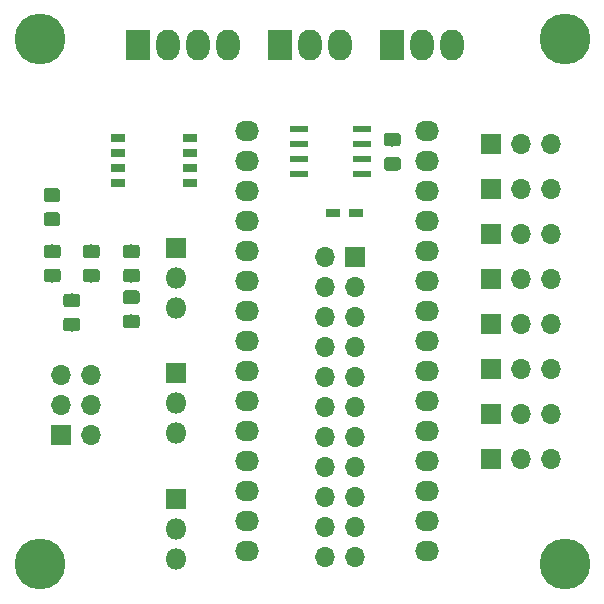
<source format=gbr>
G04 #@! TF.GenerationSoftware,KiCad,Pcbnew,(5.1.4)-1*
G04 #@! TF.CreationDate,2019-12-11T21:25:01-08:00*
G04 #@! TF.ProjectId,NANO IO,4e414e4f-2049-44f2-9e6b-696361645f70,-*
G04 #@! TF.SameCoordinates,Original*
G04 #@! TF.FileFunction,Soldermask,Top*
G04 #@! TF.FilePolarity,Negative*
%FSLAX46Y46*%
G04 Gerber Fmt 4.6, Leading zero omitted, Abs format (unit mm)*
G04 Created by KiCad (PCBNEW (5.1.4)-1) date 2019-12-11 21:25:01*
%MOMM*%
%LPD*%
G04 APERTURE LIST*
%ADD10R,2.000000X2.600000*%
%ADD11O,2.000000X2.600000*%
%ADD12O,2.032000X1.727200*%
%ADD13R,1.200000X0.750000*%
%ADD14R,1.800000X1.800000*%
%ADD15O,1.800000X1.800000*%
%ADD16R,1.550000X0.600000*%
%ADD17C,4.300000*%
%ADD18R,1.700000X1.700000*%
%ADD19O,1.700000X1.700000*%
%ADD20R,1.250000X0.760000*%
%ADD21C,0.100000*%
%ADD22C,1.150000*%
G04 APERTURE END LIST*
D10*
X137848737Y-65278000D03*
D11*
X140388737Y-65278000D03*
X142928737Y-65278000D03*
X145468737Y-65278000D03*
D12*
X147066000Y-72517000D03*
X147066000Y-75057000D03*
X147066000Y-77597000D03*
X147066000Y-80137000D03*
X147066000Y-82677000D03*
X147066000Y-85217000D03*
X147066000Y-87757000D03*
X147066000Y-90297000D03*
X147066000Y-92837000D03*
X147066000Y-95377000D03*
X147066000Y-97917000D03*
X147066000Y-100457000D03*
X147066000Y-102997000D03*
X147066000Y-105537000D03*
X147066000Y-108077000D03*
X162306000Y-72517000D03*
X162306000Y-75057000D03*
X162306000Y-77597000D03*
X162306000Y-80137000D03*
X162306000Y-82677000D03*
X162306000Y-85217000D03*
X162306000Y-87757000D03*
X162306000Y-90297000D03*
X162306000Y-92837000D03*
X162306000Y-95377000D03*
X162306000Y-97917000D03*
X162306000Y-100457000D03*
X162306000Y-102997000D03*
X162306000Y-105537000D03*
X162306000Y-108077000D03*
D13*
X156271000Y-79502000D03*
X154371000Y-79502000D03*
D14*
X141100000Y-103660000D03*
D15*
X141100000Y-106200000D03*
X141100000Y-108740000D03*
D16*
X151445000Y-72390000D03*
X151445000Y-73660000D03*
X151445000Y-74930000D03*
X151445000Y-76200000D03*
X156845000Y-76200000D03*
X156845000Y-74930000D03*
X156845000Y-73660000D03*
X156845000Y-72390000D03*
D10*
X149860000Y-65278000D03*
D11*
X152400000Y-65278000D03*
X154940000Y-65278000D03*
D10*
X159385000Y-65278000D03*
D11*
X161925000Y-65278000D03*
X164465000Y-65278000D03*
D17*
X173990000Y-64770000D03*
X173990000Y-109220000D03*
X129540000Y-109220000D03*
D18*
X156210000Y-83185000D03*
D19*
X153670000Y-83185000D03*
X156210000Y-85725000D03*
X153670000Y-85725000D03*
X156210000Y-88265000D03*
X153670000Y-88265000D03*
X156210000Y-90805000D03*
X153670000Y-90805000D03*
X156210000Y-93345000D03*
X153670000Y-93345000D03*
X156210000Y-95885000D03*
X153670000Y-95885000D03*
X156210000Y-98425000D03*
X153670000Y-98425000D03*
X156210000Y-100965000D03*
X153670000Y-100965000D03*
X156210000Y-103505000D03*
X153670000Y-103505000D03*
X156210000Y-106045000D03*
X153670000Y-106045000D03*
X156210000Y-108585000D03*
X153670000Y-108585000D03*
D18*
X167720000Y-100329996D03*
D19*
X170260000Y-100329996D03*
X172800000Y-100329996D03*
D18*
X167720000Y-96518568D03*
D19*
X170260000Y-96518568D03*
X172800000Y-96518568D03*
D18*
X167720000Y-92707140D03*
D19*
X170260000Y-92707140D03*
X172800000Y-92707140D03*
D18*
X167720000Y-88895712D03*
D19*
X170260000Y-88895712D03*
X172800000Y-88895712D03*
D18*
X167700000Y-85084284D03*
D19*
X170240000Y-85084284D03*
X172780000Y-85084284D03*
D18*
X167720000Y-81272856D03*
D19*
X170260000Y-81272856D03*
X172800000Y-81272856D03*
D18*
X167700000Y-77461428D03*
D19*
X170240000Y-77461428D03*
X172780000Y-77461428D03*
D18*
X167700000Y-73650000D03*
D19*
X170240000Y-73650000D03*
X172780000Y-73650000D03*
D17*
X129540000Y-64770000D03*
D14*
X141100000Y-93060000D03*
D15*
X141100000Y-95600000D03*
X141100000Y-98140000D03*
D14*
X141100000Y-82480000D03*
D15*
X141100000Y-85020000D03*
X141100000Y-87560000D03*
D18*
X131318000Y-98298000D03*
D19*
X133858000Y-98298000D03*
X131318000Y-95758000D03*
X133858000Y-95758000D03*
X131318000Y-93218000D03*
X133858000Y-93218000D03*
D20*
X136149000Y-73152000D03*
X142299000Y-76962000D03*
X136149000Y-74422000D03*
X142299000Y-75692000D03*
X136149000Y-75692000D03*
X142299000Y-74422000D03*
X136149000Y-76962000D03*
X142299000Y-73152000D03*
D21*
G36*
X159859505Y-72696204D02*
G01*
X159883773Y-72699804D01*
X159907572Y-72705765D01*
X159930671Y-72714030D01*
X159952850Y-72724520D01*
X159973893Y-72737132D01*
X159993599Y-72751747D01*
X160011777Y-72768223D01*
X160028253Y-72786401D01*
X160042868Y-72806107D01*
X160055480Y-72827150D01*
X160065970Y-72849329D01*
X160074235Y-72872428D01*
X160080196Y-72896227D01*
X160083796Y-72920495D01*
X160085000Y-72944999D01*
X160085000Y-73595001D01*
X160083796Y-73619505D01*
X160080196Y-73643773D01*
X160074235Y-73667572D01*
X160065970Y-73690671D01*
X160055480Y-73712850D01*
X160042868Y-73733893D01*
X160028253Y-73753599D01*
X160011777Y-73771777D01*
X159993599Y-73788253D01*
X159973893Y-73802868D01*
X159952850Y-73815480D01*
X159930671Y-73825970D01*
X159907572Y-73834235D01*
X159883773Y-73840196D01*
X159859505Y-73843796D01*
X159835001Y-73845000D01*
X158934999Y-73845000D01*
X158910495Y-73843796D01*
X158886227Y-73840196D01*
X158862428Y-73834235D01*
X158839329Y-73825970D01*
X158817150Y-73815480D01*
X158796107Y-73802868D01*
X158776401Y-73788253D01*
X158758223Y-73771777D01*
X158741747Y-73753599D01*
X158727132Y-73733893D01*
X158714520Y-73712850D01*
X158704030Y-73690671D01*
X158695765Y-73667572D01*
X158689804Y-73643773D01*
X158686204Y-73619505D01*
X158685000Y-73595001D01*
X158685000Y-72944999D01*
X158686204Y-72920495D01*
X158689804Y-72896227D01*
X158695765Y-72872428D01*
X158704030Y-72849329D01*
X158714520Y-72827150D01*
X158727132Y-72806107D01*
X158741747Y-72786401D01*
X158758223Y-72768223D01*
X158776401Y-72751747D01*
X158796107Y-72737132D01*
X158817150Y-72724520D01*
X158839329Y-72714030D01*
X158862428Y-72705765D01*
X158886227Y-72699804D01*
X158910495Y-72696204D01*
X158934999Y-72695000D01*
X159835001Y-72695000D01*
X159859505Y-72696204D01*
X159859505Y-72696204D01*
G37*
D22*
X159385000Y-73270000D03*
D21*
G36*
X159859505Y-74746204D02*
G01*
X159883773Y-74749804D01*
X159907572Y-74755765D01*
X159930671Y-74764030D01*
X159952850Y-74774520D01*
X159973893Y-74787132D01*
X159993599Y-74801747D01*
X160011777Y-74818223D01*
X160028253Y-74836401D01*
X160042868Y-74856107D01*
X160055480Y-74877150D01*
X160065970Y-74899329D01*
X160074235Y-74922428D01*
X160080196Y-74946227D01*
X160083796Y-74970495D01*
X160085000Y-74994999D01*
X160085000Y-75645001D01*
X160083796Y-75669505D01*
X160080196Y-75693773D01*
X160074235Y-75717572D01*
X160065970Y-75740671D01*
X160055480Y-75762850D01*
X160042868Y-75783893D01*
X160028253Y-75803599D01*
X160011777Y-75821777D01*
X159993599Y-75838253D01*
X159973893Y-75852868D01*
X159952850Y-75865480D01*
X159930671Y-75875970D01*
X159907572Y-75884235D01*
X159883773Y-75890196D01*
X159859505Y-75893796D01*
X159835001Y-75895000D01*
X158934999Y-75895000D01*
X158910495Y-75893796D01*
X158886227Y-75890196D01*
X158862428Y-75884235D01*
X158839329Y-75875970D01*
X158817150Y-75865480D01*
X158796107Y-75852868D01*
X158776401Y-75838253D01*
X158758223Y-75821777D01*
X158741747Y-75803599D01*
X158727132Y-75783893D01*
X158714520Y-75762850D01*
X158704030Y-75740671D01*
X158695765Y-75717572D01*
X158689804Y-75693773D01*
X158686204Y-75669505D01*
X158685000Y-75645001D01*
X158685000Y-74994999D01*
X158686204Y-74970495D01*
X158689804Y-74946227D01*
X158695765Y-74922428D01*
X158704030Y-74899329D01*
X158714520Y-74877150D01*
X158727132Y-74856107D01*
X158741747Y-74836401D01*
X158758223Y-74818223D01*
X158776401Y-74801747D01*
X158796107Y-74787132D01*
X158817150Y-74774520D01*
X158839329Y-74764030D01*
X158862428Y-74755765D01*
X158886227Y-74749804D01*
X158910495Y-74746204D01*
X158934999Y-74745000D01*
X159835001Y-74745000D01*
X159859505Y-74746204D01*
X159859505Y-74746204D01*
G37*
D22*
X159385000Y-75320000D03*
D21*
G36*
X131074505Y-84211204D02*
G01*
X131098773Y-84214804D01*
X131122572Y-84220765D01*
X131145671Y-84229030D01*
X131167850Y-84239520D01*
X131188893Y-84252132D01*
X131208599Y-84266747D01*
X131226777Y-84283223D01*
X131243253Y-84301401D01*
X131257868Y-84321107D01*
X131270480Y-84342150D01*
X131280970Y-84364329D01*
X131289235Y-84387428D01*
X131295196Y-84411227D01*
X131298796Y-84435495D01*
X131300000Y-84459999D01*
X131300000Y-85110001D01*
X131298796Y-85134505D01*
X131295196Y-85158773D01*
X131289235Y-85182572D01*
X131280970Y-85205671D01*
X131270480Y-85227850D01*
X131257868Y-85248893D01*
X131243253Y-85268599D01*
X131226777Y-85286777D01*
X131208599Y-85303253D01*
X131188893Y-85317868D01*
X131167850Y-85330480D01*
X131145671Y-85340970D01*
X131122572Y-85349235D01*
X131098773Y-85355196D01*
X131074505Y-85358796D01*
X131050001Y-85360000D01*
X130149999Y-85360000D01*
X130125495Y-85358796D01*
X130101227Y-85355196D01*
X130077428Y-85349235D01*
X130054329Y-85340970D01*
X130032150Y-85330480D01*
X130011107Y-85317868D01*
X129991401Y-85303253D01*
X129973223Y-85286777D01*
X129956747Y-85268599D01*
X129942132Y-85248893D01*
X129929520Y-85227850D01*
X129919030Y-85205671D01*
X129910765Y-85182572D01*
X129904804Y-85158773D01*
X129901204Y-85134505D01*
X129900000Y-85110001D01*
X129900000Y-84459999D01*
X129901204Y-84435495D01*
X129904804Y-84411227D01*
X129910765Y-84387428D01*
X129919030Y-84364329D01*
X129929520Y-84342150D01*
X129942132Y-84321107D01*
X129956747Y-84301401D01*
X129973223Y-84283223D01*
X129991401Y-84266747D01*
X130011107Y-84252132D01*
X130032150Y-84239520D01*
X130054329Y-84229030D01*
X130077428Y-84220765D01*
X130101227Y-84214804D01*
X130125495Y-84211204D01*
X130149999Y-84210000D01*
X131050001Y-84210000D01*
X131074505Y-84211204D01*
X131074505Y-84211204D01*
G37*
D22*
X130600000Y-84785000D03*
D21*
G36*
X131074505Y-82161204D02*
G01*
X131098773Y-82164804D01*
X131122572Y-82170765D01*
X131145671Y-82179030D01*
X131167850Y-82189520D01*
X131188893Y-82202132D01*
X131208599Y-82216747D01*
X131226777Y-82233223D01*
X131243253Y-82251401D01*
X131257868Y-82271107D01*
X131270480Y-82292150D01*
X131280970Y-82314329D01*
X131289235Y-82337428D01*
X131295196Y-82361227D01*
X131298796Y-82385495D01*
X131300000Y-82409999D01*
X131300000Y-83060001D01*
X131298796Y-83084505D01*
X131295196Y-83108773D01*
X131289235Y-83132572D01*
X131280970Y-83155671D01*
X131270480Y-83177850D01*
X131257868Y-83198893D01*
X131243253Y-83218599D01*
X131226777Y-83236777D01*
X131208599Y-83253253D01*
X131188893Y-83267868D01*
X131167850Y-83280480D01*
X131145671Y-83290970D01*
X131122572Y-83299235D01*
X131098773Y-83305196D01*
X131074505Y-83308796D01*
X131050001Y-83310000D01*
X130149999Y-83310000D01*
X130125495Y-83308796D01*
X130101227Y-83305196D01*
X130077428Y-83299235D01*
X130054329Y-83290970D01*
X130032150Y-83280480D01*
X130011107Y-83267868D01*
X129991401Y-83253253D01*
X129973223Y-83236777D01*
X129956747Y-83218599D01*
X129942132Y-83198893D01*
X129929520Y-83177850D01*
X129919030Y-83155671D01*
X129910765Y-83132572D01*
X129904804Y-83108773D01*
X129901204Y-83084505D01*
X129900000Y-83060001D01*
X129900000Y-82409999D01*
X129901204Y-82385495D01*
X129904804Y-82361227D01*
X129910765Y-82337428D01*
X129919030Y-82314329D01*
X129929520Y-82292150D01*
X129942132Y-82271107D01*
X129956747Y-82251401D01*
X129973223Y-82233223D01*
X129991401Y-82216747D01*
X130011107Y-82202132D01*
X130032150Y-82189520D01*
X130054329Y-82179030D01*
X130077428Y-82170765D01*
X130101227Y-82164804D01*
X130125495Y-82161204D01*
X130149999Y-82160000D01*
X131050001Y-82160000D01*
X131074505Y-82161204D01*
X131074505Y-82161204D01*
G37*
D22*
X130600000Y-82735000D03*
D21*
G36*
X134374505Y-82161204D02*
G01*
X134398773Y-82164804D01*
X134422572Y-82170765D01*
X134445671Y-82179030D01*
X134467850Y-82189520D01*
X134488893Y-82202132D01*
X134508599Y-82216747D01*
X134526777Y-82233223D01*
X134543253Y-82251401D01*
X134557868Y-82271107D01*
X134570480Y-82292150D01*
X134580970Y-82314329D01*
X134589235Y-82337428D01*
X134595196Y-82361227D01*
X134598796Y-82385495D01*
X134600000Y-82409999D01*
X134600000Y-83060001D01*
X134598796Y-83084505D01*
X134595196Y-83108773D01*
X134589235Y-83132572D01*
X134580970Y-83155671D01*
X134570480Y-83177850D01*
X134557868Y-83198893D01*
X134543253Y-83218599D01*
X134526777Y-83236777D01*
X134508599Y-83253253D01*
X134488893Y-83267868D01*
X134467850Y-83280480D01*
X134445671Y-83290970D01*
X134422572Y-83299235D01*
X134398773Y-83305196D01*
X134374505Y-83308796D01*
X134350001Y-83310000D01*
X133449999Y-83310000D01*
X133425495Y-83308796D01*
X133401227Y-83305196D01*
X133377428Y-83299235D01*
X133354329Y-83290970D01*
X133332150Y-83280480D01*
X133311107Y-83267868D01*
X133291401Y-83253253D01*
X133273223Y-83236777D01*
X133256747Y-83218599D01*
X133242132Y-83198893D01*
X133229520Y-83177850D01*
X133219030Y-83155671D01*
X133210765Y-83132572D01*
X133204804Y-83108773D01*
X133201204Y-83084505D01*
X133200000Y-83060001D01*
X133200000Y-82409999D01*
X133201204Y-82385495D01*
X133204804Y-82361227D01*
X133210765Y-82337428D01*
X133219030Y-82314329D01*
X133229520Y-82292150D01*
X133242132Y-82271107D01*
X133256747Y-82251401D01*
X133273223Y-82233223D01*
X133291401Y-82216747D01*
X133311107Y-82202132D01*
X133332150Y-82189520D01*
X133354329Y-82179030D01*
X133377428Y-82170765D01*
X133401227Y-82164804D01*
X133425495Y-82161204D01*
X133449999Y-82160000D01*
X134350001Y-82160000D01*
X134374505Y-82161204D01*
X134374505Y-82161204D01*
G37*
D22*
X133900000Y-82735000D03*
D21*
G36*
X134374505Y-84211204D02*
G01*
X134398773Y-84214804D01*
X134422572Y-84220765D01*
X134445671Y-84229030D01*
X134467850Y-84239520D01*
X134488893Y-84252132D01*
X134508599Y-84266747D01*
X134526777Y-84283223D01*
X134543253Y-84301401D01*
X134557868Y-84321107D01*
X134570480Y-84342150D01*
X134580970Y-84364329D01*
X134589235Y-84387428D01*
X134595196Y-84411227D01*
X134598796Y-84435495D01*
X134600000Y-84459999D01*
X134600000Y-85110001D01*
X134598796Y-85134505D01*
X134595196Y-85158773D01*
X134589235Y-85182572D01*
X134580970Y-85205671D01*
X134570480Y-85227850D01*
X134557868Y-85248893D01*
X134543253Y-85268599D01*
X134526777Y-85286777D01*
X134508599Y-85303253D01*
X134488893Y-85317868D01*
X134467850Y-85330480D01*
X134445671Y-85340970D01*
X134422572Y-85349235D01*
X134398773Y-85355196D01*
X134374505Y-85358796D01*
X134350001Y-85360000D01*
X133449999Y-85360000D01*
X133425495Y-85358796D01*
X133401227Y-85355196D01*
X133377428Y-85349235D01*
X133354329Y-85340970D01*
X133332150Y-85330480D01*
X133311107Y-85317868D01*
X133291401Y-85303253D01*
X133273223Y-85286777D01*
X133256747Y-85268599D01*
X133242132Y-85248893D01*
X133229520Y-85227850D01*
X133219030Y-85205671D01*
X133210765Y-85182572D01*
X133204804Y-85158773D01*
X133201204Y-85134505D01*
X133200000Y-85110001D01*
X133200000Y-84459999D01*
X133201204Y-84435495D01*
X133204804Y-84411227D01*
X133210765Y-84387428D01*
X133219030Y-84364329D01*
X133229520Y-84342150D01*
X133242132Y-84321107D01*
X133256747Y-84301401D01*
X133273223Y-84283223D01*
X133291401Y-84266747D01*
X133311107Y-84252132D01*
X133332150Y-84239520D01*
X133354329Y-84229030D01*
X133377428Y-84220765D01*
X133401227Y-84214804D01*
X133425495Y-84211204D01*
X133449999Y-84210000D01*
X134350001Y-84210000D01*
X134374505Y-84211204D01*
X134374505Y-84211204D01*
G37*
D22*
X133900000Y-84785000D03*
D21*
G36*
X137774505Y-84211204D02*
G01*
X137798773Y-84214804D01*
X137822572Y-84220765D01*
X137845671Y-84229030D01*
X137867850Y-84239520D01*
X137888893Y-84252132D01*
X137908599Y-84266747D01*
X137926777Y-84283223D01*
X137943253Y-84301401D01*
X137957868Y-84321107D01*
X137970480Y-84342150D01*
X137980970Y-84364329D01*
X137989235Y-84387428D01*
X137995196Y-84411227D01*
X137998796Y-84435495D01*
X138000000Y-84459999D01*
X138000000Y-85110001D01*
X137998796Y-85134505D01*
X137995196Y-85158773D01*
X137989235Y-85182572D01*
X137980970Y-85205671D01*
X137970480Y-85227850D01*
X137957868Y-85248893D01*
X137943253Y-85268599D01*
X137926777Y-85286777D01*
X137908599Y-85303253D01*
X137888893Y-85317868D01*
X137867850Y-85330480D01*
X137845671Y-85340970D01*
X137822572Y-85349235D01*
X137798773Y-85355196D01*
X137774505Y-85358796D01*
X137750001Y-85360000D01*
X136849999Y-85360000D01*
X136825495Y-85358796D01*
X136801227Y-85355196D01*
X136777428Y-85349235D01*
X136754329Y-85340970D01*
X136732150Y-85330480D01*
X136711107Y-85317868D01*
X136691401Y-85303253D01*
X136673223Y-85286777D01*
X136656747Y-85268599D01*
X136642132Y-85248893D01*
X136629520Y-85227850D01*
X136619030Y-85205671D01*
X136610765Y-85182572D01*
X136604804Y-85158773D01*
X136601204Y-85134505D01*
X136600000Y-85110001D01*
X136600000Y-84459999D01*
X136601204Y-84435495D01*
X136604804Y-84411227D01*
X136610765Y-84387428D01*
X136619030Y-84364329D01*
X136629520Y-84342150D01*
X136642132Y-84321107D01*
X136656747Y-84301401D01*
X136673223Y-84283223D01*
X136691401Y-84266747D01*
X136711107Y-84252132D01*
X136732150Y-84239520D01*
X136754329Y-84229030D01*
X136777428Y-84220765D01*
X136801227Y-84214804D01*
X136825495Y-84211204D01*
X136849999Y-84210000D01*
X137750001Y-84210000D01*
X137774505Y-84211204D01*
X137774505Y-84211204D01*
G37*
D22*
X137300000Y-84785000D03*
D21*
G36*
X137774505Y-82161204D02*
G01*
X137798773Y-82164804D01*
X137822572Y-82170765D01*
X137845671Y-82179030D01*
X137867850Y-82189520D01*
X137888893Y-82202132D01*
X137908599Y-82216747D01*
X137926777Y-82233223D01*
X137943253Y-82251401D01*
X137957868Y-82271107D01*
X137970480Y-82292150D01*
X137980970Y-82314329D01*
X137989235Y-82337428D01*
X137995196Y-82361227D01*
X137998796Y-82385495D01*
X138000000Y-82409999D01*
X138000000Y-83060001D01*
X137998796Y-83084505D01*
X137995196Y-83108773D01*
X137989235Y-83132572D01*
X137980970Y-83155671D01*
X137970480Y-83177850D01*
X137957868Y-83198893D01*
X137943253Y-83218599D01*
X137926777Y-83236777D01*
X137908599Y-83253253D01*
X137888893Y-83267868D01*
X137867850Y-83280480D01*
X137845671Y-83290970D01*
X137822572Y-83299235D01*
X137798773Y-83305196D01*
X137774505Y-83308796D01*
X137750001Y-83310000D01*
X136849999Y-83310000D01*
X136825495Y-83308796D01*
X136801227Y-83305196D01*
X136777428Y-83299235D01*
X136754329Y-83290970D01*
X136732150Y-83280480D01*
X136711107Y-83267868D01*
X136691401Y-83253253D01*
X136673223Y-83236777D01*
X136656747Y-83218599D01*
X136642132Y-83198893D01*
X136629520Y-83177850D01*
X136619030Y-83155671D01*
X136610765Y-83132572D01*
X136604804Y-83108773D01*
X136601204Y-83084505D01*
X136600000Y-83060001D01*
X136600000Y-82409999D01*
X136601204Y-82385495D01*
X136604804Y-82361227D01*
X136610765Y-82337428D01*
X136619030Y-82314329D01*
X136629520Y-82292150D01*
X136642132Y-82271107D01*
X136656747Y-82251401D01*
X136673223Y-82233223D01*
X136691401Y-82216747D01*
X136711107Y-82202132D01*
X136732150Y-82189520D01*
X136754329Y-82179030D01*
X136777428Y-82170765D01*
X136801227Y-82164804D01*
X136825495Y-82161204D01*
X136849999Y-82160000D01*
X137750001Y-82160000D01*
X137774505Y-82161204D01*
X137774505Y-82161204D01*
G37*
D22*
X137300000Y-82735000D03*
D21*
G36*
X131030505Y-77386204D02*
G01*
X131054773Y-77389804D01*
X131078572Y-77395765D01*
X131101671Y-77404030D01*
X131123850Y-77414520D01*
X131144893Y-77427132D01*
X131164599Y-77441747D01*
X131182777Y-77458223D01*
X131199253Y-77476401D01*
X131213868Y-77496107D01*
X131226480Y-77517150D01*
X131236970Y-77539329D01*
X131245235Y-77562428D01*
X131251196Y-77586227D01*
X131254796Y-77610495D01*
X131256000Y-77634999D01*
X131256000Y-78285001D01*
X131254796Y-78309505D01*
X131251196Y-78333773D01*
X131245235Y-78357572D01*
X131236970Y-78380671D01*
X131226480Y-78402850D01*
X131213868Y-78423893D01*
X131199253Y-78443599D01*
X131182777Y-78461777D01*
X131164599Y-78478253D01*
X131144893Y-78492868D01*
X131123850Y-78505480D01*
X131101671Y-78515970D01*
X131078572Y-78524235D01*
X131054773Y-78530196D01*
X131030505Y-78533796D01*
X131006001Y-78535000D01*
X130105999Y-78535000D01*
X130081495Y-78533796D01*
X130057227Y-78530196D01*
X130033428Y-78524235D01*
X130010329Y-78515970D01*
X129988150Y-78505480D01*
X129967107Y-78492868D01*
X129947401Y-78478253D01*
X129929223Y-78461777D01*
X129912747Y-78443599D01*
X129898132Y-78423893D01*
X129885520Y-78402850D01*
X129875030Y-78380671D01*
X129866765Y-78357572D01*
X129860804Y-78333773D01*
X129857204Y-78309505D01*
X129856000Y-78285001D01*
X129856000Y-77634999D01*
X129857204Y-77610495D01*
X129860804Y-77586227D01*
X129866765Y-77562428D01*
X129875030Y-77539329D01*
X129885520Y-77517150D01*
X129898132Y-77496107D01*
X129912747Y-77476401D01*
X129929223Y-77458223D01*
X129947401Y-77441747D01*
X129967107Y-77427132D01*
X129988150Y-77414520D01*
X130010329Y-77404030D01*
X130033428Y-77395765D01*
X130057227Y-77389804D01*
X130081495Y-77386204D01*
X130105999Y-77385000D01*
X131006001Y-77385000D01*
X131030505Y-77386204D01*
X131030505Y-77386204D01*
G37*
D22*
X130556000Y-77960000D03*
D21*
G36*
X131030505Y-79436204D02*
G01*
X131054773Y-79439804D01*
X131078572Y-79445765D01*
X131101671Y-79454030D01*
X131123850Y-79464520D01*
X131144893Y-79477132D01*
X131164599Y-79491747D01*
X131182777Y-79508223D01*
X131199253Y-79526401D01*
X131213868Y-79546107D01*
X131226480Y-79567150D01*
X131236970Y-79589329D01*
X131245235Y-79612428D01*
X131251196Y-79636227D01*
X131254796Y-79660495D01*
X131256000Y-79684999D01*
X131256000Y-80335001D01*
X131254796Y-80359505D01*
X131251196Y-80383773D01*
X131245235Y-80407572D01*
X131236970Y-80430671D01*
X131226480Y-80452850D01*
X131213868Y-80473893D01*
X131199253Y-80493599D01*
X131182777Y-80511777D01*
X131164599Y-80528253D01*
X131144893Y-80542868D01*
X131123850Y-80555480D01*
X131101671Y-80565970D01*
X131078572Y-80574235D01*
X131054773Y-80580196D01*
X131030505Y-80583796D01*
X131006001Y-80585000D01*
X130105999Y-80585000D01*
X130081495Y-80583796D01*
X130057227Y-80580196D01*
X130033428Y-80574235D01*
X130010329Y-80565970D01*
X129988150Y-80555480D01*
X129967107Y-80542868D01*
X129947401Y-80528253D01*
X129929223Y-80511777D01*
X129912747Y-80493599D01*
X129898132Y-80473893D01*
X129885520Y-80452850D01*
X129875030Y-80430671D01*
X129866765Y-80407572D01*
X129860804Y-80383773D01*
X129857204Y-80359505D01*
X129856000Y-80335001D01*
X129856000Y-79684999D01*
X129857204Y-79660495D01*
X129860804Y-79636227D01*
X129866765Y-79612428D01*
X129875030Y-79589329D01*
X129885520Y-79567150D01*
X129898132Y-79546107D01*
X129912747Y-79526401D01*
X129929223Y-79508223D01*
X129947401Y-79491747D01*
X129967107Y-79477132D01*
X129988150Y-79464520D01*
X130010329Y-79454030D01*
X130033428Y-79445765D01*
X130057227Y-79439804D01*
X130081495Y-79436204D01*
X130105999Y-79435000D01*
X131006001Y-79435000D01*
X131030505Y-79436204D01*
X131030505Y-79436204D01*
G37*
D22*
X130556000Y-80010000D03*
D21*
G36*
X132706905Y-86310604D02*
G01*
X132731173Y-86314204D01*
X132754972Y-86320165D01*
X132778071Y-86328430D01*
X132800250Y-86338920D01*
X132821293Y-86351532D01*
X132840999Y-86366147D01*
X132859177Y-86382623D01*
X132875653Y-86400801D01*
X132890268Y-86420507D01*
X132902880Y-86441550D01*
X132913370Y-86463729D01*
X132921635Y-86486828D01*
X132927596Y-86510627D01*
X132931196Y-86534895D01*
X132932400Y-86559399D01*
X132932400Y-87209401D01*
X132931196Y-87233905D01*
X132927596Y-87258173D01*
X132921635Y-87281972D01*
X132913370Y-87305071D01*
X132902880Y-87327250D01*
X132890268Y-87348293D01*
X132875653Y-87367999D01*
X132859177Y-87386177D01*
X132840999Y-87402653D01*
X132821293Y-87417268D01*
X132800250Y-87429880D01*
X132778071Y-87440370D01*
X132754972Y-87448635D01*
X132731173Y-87454596D01*
X132706905Y-87458196D01*
X132682401Y-87459400D01*
X131782399Y-87459400D01*
X131757895Y-87458196D01*
X131733627Y-87454596D01*
X131709828Y-87448635D01*
X131686729Y-87440370D01*
X131664550Y-87429880D01*
X131643507Y-87417268D01*
X131623801Y-87402653D01*
X131605623Y-87386177D01*
X131589147Y-87367999D01*
X131574532Y-87348293D01*
X131561920Y-87327250D01*
X131551430Y-87305071D01*
X131543165Y-87281972D01*
X131537204Y-87258173D01*
X131533604Y-87233905D01*
X131532400Y-87209401D01*
X131532400Y-86559399D01*
X131533604Y-86534895D01*
X131537204Y-86510627D01*
X131543165Y-86486828D01*
X131551430Y-86463729D01*
X131561920Y-86441550D01*
X131574532Y-86420507D01*
X131589147Y-86400801D01*
X131605623Y-86382623D01*
X131623801Y-86366147D01*
X131643507Y-86351532D01*
X131664550Y-86338920D01*
X131686729Y-86328430D01*
X131709828Y-86320165D01*
X131733627Y-86314204D01*
X131757895Y-86310604D01*
X131782399Y-86309400D01*
X132682401Y-86309400D01*
X132706905Y-86310604D01*
X132706905Y-86310604D01*
G37*
D22*
X132232400Y-86884400D03*
D21*
G36*
X132706905Y-88360604D02*
G01*
X132731173Y-88364204D01*
X132754972Y-88370165D01*
X132778071Y-88378430D01*
X132800250Y-88388920D01*
X132821293Y-88401532D01*
X132840999Y-88416147D01*
X132859177Y-88432623D01*
X132875653Y-88450801D01*
X132890268Y-88470507D01*
X132902880Y-88491550D01*
X132913370Y-88513729D01*
X132921635Y-88536828D01*
X132927596Y-88560627D01*
X132931196Y-88584895D01*
X132932400Y-88609399D01*
X132932400Y-89259401D01*
X132931196Y-89283905D01*
X132927596Y-89308173D01*
X132921635Y-89331972D01*
X132913370Y-89355071D01*
X132902880Y-89377250D01*
X132890268Y-89398293D01*
X132875653Y-89417999D01*
X132859177Y-89436177D01*
X132840999Y-89452653D01*
X132821293Y-89467268D01*
X132800250Y-89479880D01*
X132778071Y-89490370D01*
X132754972Y-89498635D01*
X132731173Y-89504596D01*
X132706905Y-89508196D01*
X132682401Y-89509400D01*
X131782399Y-89509400D01*
X131757895Y-89508196D01*
X131733627Y-89504596D01*
X131709828Y-89498635D01*
X131686729Y-89490370D01*
X131664550Y-89479880D01*
X131643507Y-89467268D01*
X131623801Y-89452653D01*
X131605623Y-89436177D01*
X131589147Y-89417999D01*
X131574532Y-89398293D01*
X131561920Y-89377250D01*
X131551430Y-89355071D01*
X131543165Y-89331972D01*
X131537204Y-89308173D01*
X131533604Y-89283905D01*
X131532400Y-89259401D01*
X131532400Y-88609399D01*
X131533604Y-88584895D01*
X131537204Y-88560627D01*
X131543165Y-88536828D01*
X131551430Y-88513729D01*
X131561920Y-88491550D01*
X131574532Y-88470507D01*
X131589147Y-88450801D01*
X131605623Y-88432623D01*
X131623801Y-88416147D01*
X131643507Y-88401532D01*
X131664550Y-88388920D01*
X131686729Y-88378430D01*
X131709828Y-88370165D01*
X131733627Y-88364204D01*
X131757895Y-88360604D01*
X131782399Y-88359400D01*
X132682401Y-88359400D01*
X132706905Y-88360604D01*
X132706905Y-88360604D01*
G37*
D22*
X132232400Y-88934400D03*
D21*
G36*
X137761505Y-88090204D02*
G01*
X137785773Y-88093804D01*
X137809572Y-88099765D01*
X137832671Y-88108030D01*
X137854850Y-88118520D01*
X137875893Y-88131132D01*
X137895599Y-88145747D01*
X137913777Y-88162223D01*
X137930253Y-88180401D01*
X137944868Y-88200107D01*
X137957480Y-88221150D01*
X137967970Y-88243329D01*
X137976235Y-88266428D01*
X137982196Y-88290227D01*
X137985796Y-88314495D01*
X137987000Y-88338999D01*
X137987000Y-88989001D01*
X137985796Y-89013505D01*
X137982196Y-89037773D01*
X137976235Y-89061572D01*
X137967970Y-89084671D01*
X137957480Y-89106850D01*
X137944868Y-89127893D01*
X137930253Y-89147599D01*
X137913777Y-89165777D01*
X137895599Y-89182253D01*
X137875893Y-89196868D01*
X137854850Y-89209480D01*
X137832671Y-89219970D01*
X137809572Y-89228235D01*
X137785773Y-89234196D01*
X137761505Y-89237796D01*
X137737001Y-89239000D01*
X136836999Y-89239000D01*
X136812495Y-89237796D01*
X136788227Y-89234196D01*
X136764428Y-89228235D01*
X136741329Y-89219970D01*
X136719150Y-89209480D01*
X136698107Y-89196868D01*
X136678401Y-89182253D01*
X136660223Y-89165777D01*
X136643747Y-89147599D01*
X136629132Y-89127893D01*
X136616520Y-89106850D01*
X136606030Y-89084671D01*
X136597765Y-89061572D01*
X136591804Y-89037773D01*
X136588204Y-89013505D01*
X136587000Y-88989001D01*
X136587000Y-88338999D01*
X136588204Y-88314495D01*
X136591804Y-88290227D01*
X136597765Y-88266428D01*
X136606030Y-88243329D01*
X136616520Y-88221150D01*
X136629132Y-88200107D01*
X136643747Y-88180401D01*
X136660223Y-88162223D01*
X136678401Y-88145747D01*
X136698107Y-88131132D01*
X136719150Y-88118520D01*
X136741329Y-88108030D01*
X136764428Y-88099765D01*
X136788227Y-88093804D01*
X136812495Y-88090204D01*
X136836999Y-88089000D01*
X137737001Y-88089000D01*
X137761505Y-88090204D01*
X137761505Y-88090204D01*
G37*
D22*
X137287000Y-88664000D03*
D21*
G36*
X137761505Y-86040204D02*
G01*
X137785773Y-86043804D01*
X137809572Y-86049765D01*
X137832671Y-86058030D01*
X137854850Y-86068520D01*
X137875893Y-86081132D01*
X137895599Y-86095747D01*
X137913777Y-86112223D01*
X137930253Y-86130401D01*
X137944868Y-86150107D01*
X137957480Y-86171150D01*
X137967970Y-86193329D01*
X137976235Y-86216428D01*
X137982196Y-86240227D01*
X137985796Y-86264495D01*
X137987000Y-86288999D01*
X137987000Y-86939001D01*
X137985796Y-86963505D01*
X137982196Y-86987773D01*
X137976235Y-87011572D01*
X137967970Y-87034671D01*
X137957480Y-87056850D01*
X137944868Y-87077893D01*
X137930253Y-87097599D01*
X137913777Y-87115777D01*
X137895599Y-87132253D01*
X137875893Y-87146868D01*
X137854850Y-87159480D01*
X137832671Y-87169970D01*
X137809572Y-87178235D01*
X137785773Y-87184196D01*
X137761505Y-87187796D01*
X137737001Y-87189000D01*
X136836999Y-87189000D01*
X136812495Y-87187796D01*
X136788227Y-87184196D01*
X136764428Y-87178235D01*
X136741329Y-87169970D01*
X136719150Y-87159480D01*
X136698107Y-87146868D01*
X136678401Y-87132253D01*
X136660223Y-87115777D01*
X136643747Y-87097599D01*
X136629132Y-87077893D01*
X136616520Y-87056850D01*
X136606030Y-87034671D01*
X136597765Y-87011572D01*
X136591804Y-86987773D01*
X136588204Y-86963505D01*
X136587000Y-86939001D01*
X136587000Y-86288999D01*
X136588204Y-86264495D01*
X136591804Y-86240227D01*
X136597765Y-86216428D01*
X136606030Y-86193329D01*
X136616520Y-86171150D01*
X136629132Y-86150107D01*
X136643747Y-86130401D01*
X136660223Y-86112223D01*
X136678401Y-86095747D01*
X136698107Y-86081132D01*
X136719150Y-86068520D01*
X136741329Y-86058030D01*
X136764428Y-86049765D01*
X136788227Y-86043804D01*
X136812495Y-86040204D01*
X136836999Y-86039000D01*
X137737001Y-86039000D01*
X137761505Y-86040204D01*
X137761505Y-86040204D01*
G37*
D22*
X137287000Y-86614000D03*
M02*

</source>
